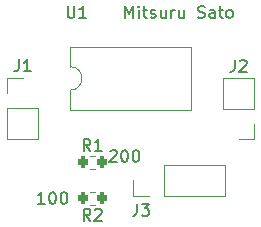
<source format=gto>
%TF.GenerationSoftware,KiCad,Pcbnew,(6.0.9)*%
%TF.CreationDate,2022-12-02T17:41:07+09:00*%
%TF.ProjectId,inverting_amplifier_circuirt,696e7665-7274-4696-9e67-5f616d706c69,0*%
%TF.SameCoordinates,Original*%
%TF.FileFunction,Legend,Top*%
%TF.FilePolarity,Positive*%
%FSLAX46Y46*%
G04 Gerber Fmt 4.6, Leading zero omitted, Abs format (unit mm)*
G04 Created by KiCad (PCBNEW (6.0.9)) date 2022-12-02 17:41:07*
%MOMM*%
%LPD*%
G01*
G04 APERTURE LIST*
G04 Aperture macros list*
%AMRoundRect*
0 Rectangle with rounded corners*
0 $1 Rounding radius*
0 $2 $3 $4 $5 $6 $7 $8 $9 X,Y pos of 4 corners*
0 Add a 4 corners polygon primitive as box body*
4,1,4,$2,$3,$4,$5,$6,$7,$8,$9,$2,$3,0*
0 Add four circle primitives for the rounded corners*
1,1,$1+$1,$2,$3*
1,1,$1+$1,$4,$5*
1,1,$1+$1,$6,$7*
1,1,$1+$1,$8,$9*
0 Add four rect primitives between the rounded corners*
20,1,$1+$1,$2,$3,$4,$5,0*
20,1,$1+$1,$4,$5,$6,$7,0*
20,1,$1+$1,$6,$7,$8,$9,0*
20,1,$1+$1,$8,$9,$2,$3,0*%
G04 Aperture macros list end*
%ADD10C,0.150000*%
%ADD11C,0.120000*%
%ADD12R,1.600000X1.600000*%
%ADD13O,1.600000X1.600000*%
%ADD14RoundRect,0.200000X0.200000X0.275000X-0.200000X0.275000X-0.200000X-0.275000X0.200000X-0.275000X0*%
%ADD15RoundRect,0.200000X-0.200000X-0.275000X0.200000X-0.275000X0.200000X0.275000X-0.200000X0.275000X0*%
%ADD16R,1.700000X1.700000*%
%ADD17O,1.700000X1.700000*%
%ADD18C,3.500000*%
G04 APERTURE END LIST*
D10*
X142796190Y-64968380D02*
X142796190Y-63968380D01*
X143129523Y-64682666D01*
X143462857Y-63968380D01*
X143462857Y-64968380D01*
X143939047Y-64968380D02*
X143939047Y-64301714D01*
X143939047Y-63968380D02*
X143891428Y-64016000D01*
X143939047Y-64063619D01*
X143986666Y-64016000D01*
X143939047Y-63968380D01*
X143939047Y-64063619D01*
X144272380Y-64301714D02*
X144653333Y-64301714D01*
X144415238Y-63968380D02*
X144415238Y-64825523D01*
X144462857Y-64920761D01*
X144558095Y-64968380D01*
X144653333Y-64968380D01*
X144939047Y-64920761D02*
X145034285Y-64968380D01*
X145224761Y-64968380D01*
X145320000Y-64920761D01*
X145367619Y-64825523D01*
X145367619Y-64777904D01*
X145320000Y-64682666D01*
X145224761Y-64635047D01*
X145081904Y-64635047D01*
X144986666Y-64587428D01*
X144939047Y-64492190D01*
X144939047Y-64444571D01*
X144986666Y-64349333D01*
X145081904Y-64301714D01*
X145224761Y-64301714D01*
X145320000Y-64349333D01*
X146224761Y-64301714D02*
X146224761Y-64968380D01*
X145796190Y-64301714D02*
X145796190Y-64825523D01*
X145843809Y-64920761D01*
X145939047Y-64968380D01*
X146081904Y-64968380D01*
X146177142Y-64920761D01*
X146224761Y-64873142D01*
X146700952Y-64968380D02*
X146700952Y-64301714D01*
X146700952Y-64492190D02*
X146748571Y-64396952D01*
X146796190Y-64349333D01*
X146891428Y-64301714D01*
X146986666Y-64301714D01*
X147748571Y-64301714D02*
X147748571Y-64968380D01*
X147320000Y-64301714D02*
X147320000Y-64825523D01*
X147367619Y-64920761D01*
X147462857Y-64968380D01*
X147605714Y-64968380D01*
X147700952Y-64920761D01*
X147748571Y-64873142D01*
X148939047Y-64920761D02*
X149081904Y-64968380D01*
X149320000Y-64968380D01*
X149415238Y-64920761D01*
X149462857Y-64873142D01*
X149510476Y-64777904D01*
X149510476Y-64682666D01*
X149462857Y-64587428D01*
X149415238Y-64539809D01*
X149320000Y-64492190D01*
X149129523Y-64444571D01*
X149034285Y-64396952D01*
X148986666Y-64349333D01*
X148939047Y-64254095D01*
X148939047Y-64158857D01*
X148986666Y-64063619D01*
X149034285Y-64016000D01*
X149129523Y-63968380D01*
X149367619Y-63968380D01*
X149510476Y-64016000D01*
X150367619Y-64968380D02*
X150367619Y-64444571D01*
X150320000Y-64349333D01*
X150224761Y-64301714D01*
X150034285Y-64301714D01*
X149939047Y-64349333D01*
X150367619Y-64920761D02*
X150272380Y-64968380D01*
X150034285Y-64968380D01*
X149939047Y-64920761D01*
X149891428Y-64825523D01*
X149891428Y-64730285D01*
X149939047Y-64635047D01*
X150034285Y-64587428D01*
X150272380Y-64587428D01*
X150367619Y-64539809D01*
X150700952Y-64301714D02*
X151081904Y-64301714D01*
X150843809Y-63968380D02*
X150843809Y-64825523D01*
X150891428Y-64920761D01*
X150986666Y-64968380D01*
X151081904Y-64968380D01*
X151558095Y-64968380D02*
X151462857Y-64920761D01*
X151415238Y-64873142D01*
X151367619Y-64777904D01*
X151367619Y-64492190D01*
X151415238Y-64396952D01*
X151462857Y-64349333D01*
X151558095Y-64301714D01*
X151700952Y-64301714D01*
X151796190Y-64349333D01*
X151843809Y-64396952D01*
X151891428Y-64492190D01*
X151891428Y-64777904D01*
X151843809Y-64873142D01*
X151796190Y-64920761D01*
X151700952Y-64968380D01*
X151558095Y-64968380D01*
%TO.C,U1*%
X137922095Y-63968380D02*
X137922095Y-64777904D01*
X137969714Y-64873142D01*
X138017333Y-64920761D01*
X138112571Y-64968380D01*
X138303047Y-64968380D01*
X138398285Y-64920761D01*
X138445904Y-64873142D01*
X138493523Y-64777904D01*
X138493523Y-63968380D01*
X139493523Y-64968380D02*
X138922095Y-64968380D01*
X139207809Y-64968380D02*
X139207809Y-63968380D01*
X139112571Y-64111238D01*
X139017333Y-64206476D01*
X138922095Y-64254095D01*
%TO.C,R2*%
X139850333Y-82146380D02*
X139517000Y-81670190D01*
X139278904Y-82146380D02*
X139278904Y-81146380D01*
X139659857Y-81146380D01*
X139755095Y-81194000D01*
X139802714Y-81241619D01*
X139850333Y-81336857D01*
X139850333Y-81479714D01*
X139802714Y-81574952D01*
X139755095Y-81622571D01*
X139659857Y-81670190D01*
X139278904Y-81670190D01*
X140231285Y-81241619D02*
X140278904Y-81194000D01*
X140374142Y-81146380D01*
X140612238Y-81146380D01*
X140707476Y-81194000D01*
X140755095Y-81241619D01*
X140802714Y-81336857D01*
X140802714Y-81432095D01*
X140755095Y-81574952D01*
X140183666Y-82146380D01*
X140802714Y-82146380D01*
X135985333Y-80716380D02*
X135413904Y-80716380D01*
X135699619Y-80716380D02*
X135699619Y-79716380D01*
X135604380Y-79859238D01*
X135509142Y-79954476D01*
X135413904Y-80002095D01*
X136604380Y-79716380D02*
X136699619Y-79716380D01*
X136794857Y-79764000D01*
X136842476Y-79811619D01*
X136890095Y-79906857D01*
X136937714Y-80097333D01*
X136937714Y-80335428D01*
X136890095Y-80525904D01*
X136842476Y-80621142D01*
X136794857Y-80668761D01*
X136699619Y-80716380D01*
X136604380Y-80716380D01*
X136509142Y-80668761D01*
X136461523Y-80621142D01*
X136413904Y-80525904D01*
X136366285Y-80335428D01*
X136366285Y-80097333D01*
X136413904Y-79906857D01*
X136461523Y-79811619D01*
X136509142Y-79764000D01*
X136604380Y-79716380D01*
X137556761Y-79716380D02*
X137652000Y-79716380D01*
X137747238Y-79764000D01*
X137794857Y-79811619D01*
X137842476Y-79906857D01*
X137890095Y-80097333D01*
X137890095Y-80335428D01*
X137842476Y-80525904D01*
X137794857Y-80621142D01*
X137747238Y-80668761D01*
X137652000Y-80716380D01*
X137556761Y-80716380D01*
X137461523Y-80668761D01*
X137413904Y-80621142D01*
X137366285Y-80525904D01*
X137318666Y-80335428D01*
X137318666Y-80097333D01*
X137366285Y-79906857D01*
X137413904Y-79811619D01*
X137461523Y-79764000D01*
X137556761Y-79716380D01*
%TO.C,R1*%
X139850333Y-76238380D02*
X139517000Y-75762190D01*
X139278904Y-76238380D02*
X139278904Y-75238380D01*
X139659857Y-75238380D01*
X139755095Y-75286000D01*
X139802714Y-75333619D01*
X139850333Y-75428857D01*
X139850333Y-75571714D01*
X139802714Y-75666952D01*
X139755095Y-75714571D01*
X139659857Y-75762190D01*
X139278904Y-75762190D01*
X140802714Y-76238380D02*
X140231285Y-76238380D01*
X140517000Y-76238380D02*
X140517000Y-75238380D01*
X140421761Y-75381238D01*
X140326523Y-75476476D01*
X140231285Y-75524095D01*
X141509904Y-76255619D02*
X141557523Y-76208000D01*
X141652761Y-76160380D01*
X141890857Y-76160380D01*
X141986095Y-76208000D01*
X142033714Y-76255619D01*
X142081333Y-76350857D01*
X142081333Y-76446095D01*
X142033714Y-76588952D01*
X141462285Y-77160380D01*
X142081333Y-77160380D01*
X142700380Y-76160380D02*
X142795619Y-76160380D01*
X142890857Y-76208000D01*
X142938476Y-76255619D01*
X142986095Y-76350857D01*
X143033714Y-76541333D01*
X143033714Y-76779428D01*
X142986095Y-76969904D01*
X142938476Y-77065142D01*
X142890857Y-77112761D01*
X142795619Y-77160380D01*
X142700380Y-77160380D01*
X142605142Y-77112761D01*
X142557523Y-77065142D01*
X142509904Y-76969904D01*
X142462285Y-76779428D01*
X142462285Y-76541333D01*
X142509904Y-76350857D01*
X142557523Y-76255619D01*
X142605142Y-76208000D01*
X142700380Y-76160380D01*
X143652761Y-76160380D02*
X143748000Y-76160380D01*
X143843238Y-76208000D01*
X143890857Y-76255619D01*
X143938476Y-76350857D01*
X143986095Y-76541333D01*
X143986095Y-76779428D01*
X143938476Y-76969904D01*
X143890857Y-77065142D01*
X143843238Y-77112761D01*
X143748000Y-77160380D01*
X143652761Y-77160380D01*
X143557523Y-77112761D01*
X143509904Y-77065142D01*
X143462285Y-76969904D01*
X143414666Y-76779428D01*
X143414666Y-76541333D01*
X143462285Y-76350857D01*
X143509904Y-76255619D01*
X143557523Y-76208000D01*
X143652761Y-76160380D01*
%TO.C,J3*%
X143796666Y-80732380D02*
X143796666Y-81446666D01*
X143749047Y-81589523D01*
X143653809Y-81684761D01*
X143510952Y-81732380D01*
X143415714Y-81732380D01*
X144177619Y-80732380D02*
X144796666Y-80732380D01*
X144463333Y-81113333D01*
X144606190Y-81113333D01*
X144701428Y-81160952D01*
X144749047Y-81208571D01*
X144796666Y-81303809D01*
X144796666Y-81541904D01*
X144749047Y-81637142D01*
X144701428Y-81684761D01*
X144606190Y-81732380D01*
X144320476Y-81732380D01*
X144225238Y-81684761D01*
X144177619Y-81637142D01*
%TO.C,J2*%
X152066666Y-68540380D02*
X152066666Y-69254666D01*
X152019047Y-69397523D01*
X151923809Y-69492761D01*
X151780952Y-69540380D01*
X151685714Y-69540380D01*
X152495238Y-68635619D02*
X152542857Y-68588000D01*
X152638095Y-68540380D01*
X152876190Y-68540380D01*
X152971428Y-68588000D01*
X153019047Y-68635619D01*
X153066666Y-68730857D01*
X153066666Y-68826095D01*
X153019047Y-68968952D01*
X152447619Y-69540380D01*
X153066666Y-69540380D01*
%TO.C,J1*%
X133778666Y-68491380D02*
X133778666Y-69205666D01*
X133731047Y-69348523D01*
X133635809Y-69443761D01*
X133492952Y-69491380D01*
X133397714Y-69491380D01*
X134778666Y-69491380D02*
X134207238Y-69491380D01*
X134492952Y-69491380D02*
X134492952Y-68491380D01*
X134397714Y-68634238D01*
X134302476Y-68729476D01*
X134207238Y-68777095D01*
D11*
%TO.C,U1*%
X138126000Y-67444000D02*
X138126000Y-69094000D01*
X138126000Y-72744000D02*
X148406000Y-72744000D01*
X148406000Y-67444000D02*
X138126000Y-67444000D01*
X138126000Y-71094000D02*
X138126000Y-72744000D01*
X148406000Y-72744000D02*
X148406000Y-67444000D01*
X138126000Y-71094000D02*
G75*
G03*
X138126000Y-69094000I0J1000000D01*
G01*
%TO.C,R2*%
X140254258Y-79741500D02*
X139779742Y-79741500D01*
X140254258Y-80786500D02*
X139779742Y-80786500D01*
%TO.C,R1*%
X139779742Y-77738500D02*
X140254258Y-77738500D01*
X139779742Y-76693500D02*
X140254258Y-76693500D01*
%TO.C,J3*%
X151205000Y-80070000D02*
X151205000Y-77410000D01*
X146065000Y-80070000D02*
X151205000Y-80070000D01*
X144795000Y-80070000D02*
X143465000Y-80070000D01*
X146065000Y-77410000D02*
X151205000Y-77410000D01*
X143465000Y-80070000D02*
X143465000Y-78740000D01*
X146065000Y-80070000D02*
X146065000Y-77410000D01*
%TO.C,J2*%
X153730000Y-73919000D02*
X153730000Y-75249000D01*
X153730000Y-70049000D02*
X151070000Y-70049000D01*
X153730000Y-72649000D02*
X153730000Y-70049000D01*
X153730000Y-72649000D02*
X151070000Y-72649000D01*
X153730000Y-75249000D02*
X152400000Y-75249000D01*
X151070000Y-72649000D02*
X151070000Y-70049000D01*
%TO.C,J1*%
X135442000Y-72639000D02*
X135442000Y-75239000D01*
X132782000Y-70039000D02*
X134112000Y-70039000D01*
X132782000Y-72639000D02*
X135442000Y-72639000D01*
X132782000Y-72639000D02*
X132782000Y-75239000D01*
X132782000Y-75239000D02*
X135442000Y-75239000D01*
X132782000Y-71369000D02*
X132782000Y-70039000D01*
%TD*%
%LPC*%
D12*
%TO.C,U1*%
X139456000Y-73904000D03*
D13*
X141996000Y-73904000D03*
X144536000Y-73904000D03*
X147076000Y-73904000D03*
X147076000Y-66284000D03*
X144536000Y-66284000D03*
X141996000Y-66284000D03*
X139456000Y-66284000D03*
%TD*%
D14*
%TO.C,R2*%
X140842000Y-80264000D03*
X139192000Y-80264000D03*
%TD*%
D15*
%TO.C,R1*%
X139192000Y-77216000D03*
X140842000Y-77216000D03*
%TD*%
D16*
%TO.C,J3*%
X144795000Y-78740000D03*
D17*
X147335000Y-78740000D03*
X149875000Y-78740000D03*
%TD*%
D16*
%TO.C,J2*%
X152400000Y-73919000D03*
D17*
X152400000Y-71379000D03*
%TD*%
%TO.C,J1*%
X134112000Y-73909000D03*
D16*
X134112000Y-71369000D03*
%TD*%
D18*
%TO.C,REF2*%
X154500000Y-66500000D03*
%TD*%
%TO.C,REF3*%
X130000000Y-81000000D03*
%TD*%
%TO.C,REF4*%
X154500000Y-80750000D03*
%TD*%
%TO.C,REF1*%
X130000000Y-66500000D03*
%TD*%
M02*

</source>
